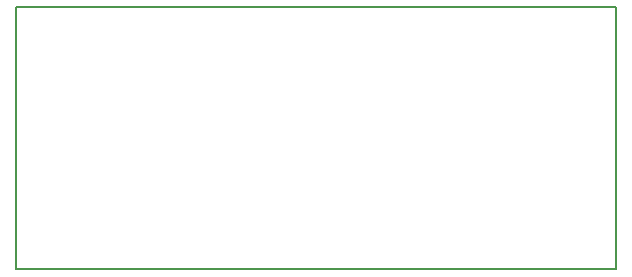
<source format=gbr>
G04 #@! TF.GenerationSoftware,KiCad,Pcbnew,(5.0.0)*
G04 #@! TF.CreationDate,2019-03-30T16:47:33+00:00*
G04 #@! TF.ProjectId,LS01,4C5330312E6B696361645F7063620000,rev?*
G04 #@! TF.SameCoordinates,Original*
G04 #@! TF.FileFunction,Profile,NP*
%FSLAX46Y46*%
G04 Gerber Fmt 4.6, Leading zero omitted, Abs format (unit mm)*
G04 Created by KiCad (PCBNEW (5.0.0)) date 03/30/19 16:47:33*
%MOMM*%
%LPD*%
G01*
G04 APERTURE LIST*
%ADD10C,0.150000*%
G04 APERTURE END LIST*
D10*
X146050000Y-60325000D02*
X146050000Y-38100000D01*
X95250000Y-60325000D02*
X146050000Y-60325000D01*
X95250000Y-38100000D02*
X95250000Y-60325000D01*
X95250000Y-38100000D02*
X146050000Y-38100000D01*
M02*

</source>
